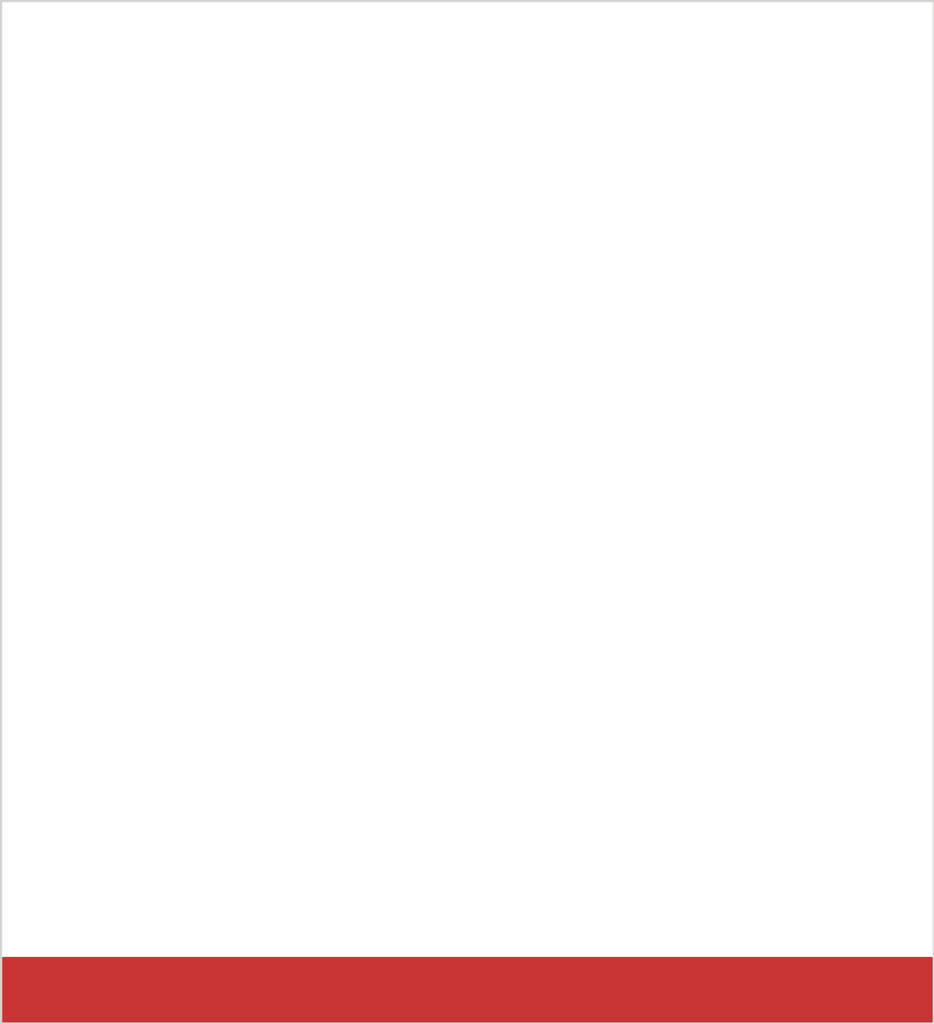
<source format=kicad_pcb>
(kicad_pcb (version 20171130) (host pcbnew "(5.1.10)-1")

  (general
    (thickness 0.25)
    (drawings 4)
    (tracks 0)
    (zones 0)
    (modules 0)
    (nets 1)
  )

  (page A4)
  (layers
    (0 F.Cu signal)
    (31 B.Cu signal)
    (32 B.Adhes user)
    (33 F.Adhes user)
    (34 B.Paste user)
    (35 F.Paste user)
    (36 B.SilkS user)
    (37 F.SilkS user)
    (38 B.Mask user)
    (39 F.Mask user)
    (40 Dwgs.User user)
    (41 Cmts.User user)
    (42 Eco1.User user)
    (43 Eco2.User user)
    (44 Edge.Cuts user)
    (45 Margin user)
    (46 B.CrtYd user)
    (47 F.CrtYd user)
    (48 B.Fab user)
    (49 F.Fab user)
  )

  (setup
    (last_trace_width 0.25)
    (trace_clearance 0.2)
    (zone_clearance 0)
    (zone_45_only no)
    (trace_min 0.2)
    (via_size 0.8)
    (via_drill 0.4)
    (via_min_size 0.4)
    (via_min_drill 0.3)
    (uvia_size 0.3)
    (uvia_drill 0.1)
    (uvias_allowed no)
    (uvia_min_size 0.2)
    (uvia_min_drill 0.1)
    (edge_width 0.05)
    (segment_width 0.2)
    (pcb_text_width 0.3)
    (pcb_text_size 1.5 1.5)
    (mod_edge_width 0.12)
    (mod_text_size 1 1)
    (mod_text_width 0.15)
    (pad_size 1.524 1.524)
    (pad_drill 0.762)
    (pad_to_mask_clearance 0)
    (aux_axis_origin 0 0)
    (visible_elements FFFFFF7F)
    (pcbplotparams
      (layerselection 0x010fc_ffffffff)
      (usegerberextensions false)
      (usegerberattributes true)
      (usegerberadvancedattributes true)
      (creategerberjobfile true)
      (excludeedgelayer true)
      (linewidth 0.100000)
      (plotframeref false)
      (viasonmask false)
      (mode 1)
      (useauxorigin false)
      (hpglpennumber 1)
      (hpglpenspeed 20)
      (hpglpendiameter 15.000000)
      (psnegative false)
      (psa4output false)
      (plotreference true)
      (plotvalue true)
      (plotinvisibletext false)
      (padsonsilk false)
      (subtractmaskfromsilk false)
      (outputformat 1)
      (mirror false)
      (drillshape 1)
      (scaleselection 1)
      (outputdirectory ""))
  )

  (net 0 "")

  (net_class Default "This is the default net class."
    (clearance 0.2)
    (trace_width 0.25)
    (via_dia 0.8)
    (via_drill 0.4)
    (uvia_dia 0.3)
    (uvia_drill 0.1)
  )

  (gr_line (start 0 0) (end 0 23) (layer Edge.Cuts) (width 0.05))
  (gr_line (start 0 23) (end 21 23) (layer Edge.Cuts) (width 0.05))
  (gr_line (start 21 0) (end 21 23) (layer Edge.Cuts) (width 0.05))
  (gr_line (start 0 0) (end 21 0) (layer Edge.Cuts) (width 0.05))

  (zone (net 0) (net_name "") (layer F.Cu) (tstamp 0) (hatch edge 0.508)
    (connect_pads (clearance 0))
    (min_thickness 0.0254)
    (fill yes (arc_segments 32) (thermal_gap 0.508) (thermal_bridge_width 0.508))
    (polygon
      (pts
        (xy 21 23) (xy 0 23) (xy 0 21.5) (xy 21 21.5)
      )
    )
    (filled_polygon
      (pts
        (xy 20.962301 22.9623) (xy 0.0377 22.9623) (xy 0.0377 21.5127) (xy 20.962301 21.5127)
      )
    )
  )
  (zone (net 0) (net_name "") (layer F.Mask) (tstamp 0) (hatch edge 0.508)
    (connect_pads (clearance 0))
    (min_thickness 0.0254)
    (fill yes (arc_segments 32) (thermal_gap 0.508) (thermal_bridge_width 0.508))
    (polygon
      (pts
        (xy 21 23) (xy 0 23) (xy 0.01 0) (xy 21 0)
      )
    )
    (filled_polygon
      (pts
        (xy 20.9873 22.9873) (xy 0.012706 22.9873) (xy 0.022694 0.0127) (xy 20.9873 0.0127)
      )
    )
  )
)

</source>
